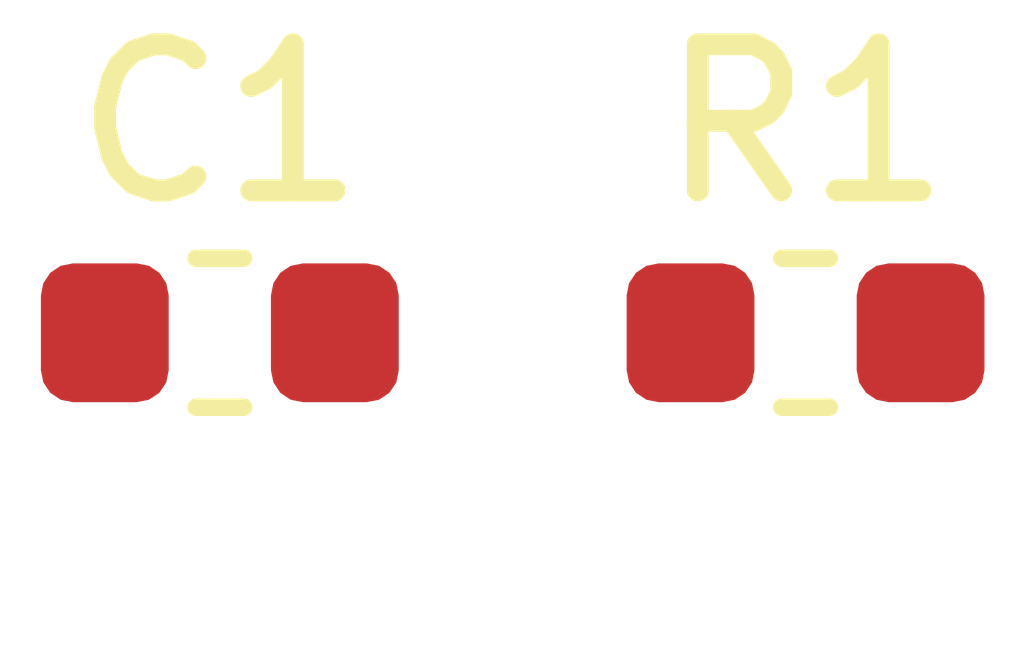
<source format=kicad_pcb>
(kicad_pcb (version 20171130) (host pcbnew 5.1.6-c6e7f7d~86~ubuntu18.04.1)

  (general
    (thickness 1.6002)
    (drawings 0)
    (tracks 0)
    (zones 0)
    (modules 2)
    (nets 3)
  )

  (page A4)
  (title_block
    (title Drafter)
    (date 2020-05-13)
    (rev 1.0)
    (company bozica.co)
    (comment 1 "Luis Ardila")
  )

  (layers
    (0 Front signal)
    (1 In1.Cu signal)
    (2 In2.Cu signal)
    (31 Back signal)
    (34 B.Paste user)
    (35 F.Paste user)
    (36 B.SilkS user)
    (37 F.SilkS user)
    (38 B.Mask user)
    (39 F.Mask user)
    (44 Edge.Cuts user)
    (45 Margin user)
    (46 B.CrtYd user)
    (47 F.CrtYd user)
    (49 F.Fab user)
  )

  (setup
    (last_trace_width 0.254)
    (user_trace_width 0.127)
    (user_trace_width 0.254)
    (user_trace_width 0.508)
    (user_trace_width 0.762)
    (trace_clearance 0.127)
    (zone_clearance 0.508)
    (zone_45_only no)
    (trace_min 0.0889)
    (via_size 0.6858)
    (via_drill 0.3302)
    (via_min_size 0.45)
    (via_min_drill 0.2)
    (user_via 0.6858 0.3302)
    (user_via 0.889 0.381)
    (uvia_size 0.6858)
    (uvia_drill 0.3302)
    (uvias_allowed no)
    (uvia_min_size 0)
    (uvia_min_drill 0)
    (edge_width 0.0381)
    (segment_width 0.254)
    (pcb_text_width 0.3048)
    (pcb_text_size 1.524 1.524)
    (mod_edge_width 0.1524)
    (mod_text_size 0.8128 0.8128)
    (mod_text_width 0.1524)
    (pad_size 1.524 1.524)
    (pad_drill 0.762)
    (pad_to_mask_clearance 0)
    (solder_mask_min_width 0.1016)
    (aux_axis_origin 0 0)
    (visible_elements FFFFFFFF)
    (pcbplotparams
      (layerselection 0x010fc_ffffffff)
      (usegerberextensions false)
      (usegerberattributes false)
      (usegerberadvancedattributes false)
      (creategerberjobfile false)
      (excludeedgelayer true)
      (linewidth 0.152400)
      (plotframeref false)
      (viasonmask false)
      (mode 1)
      (useauxorigin false)
      (hpglpennumber 1)
      (hpglpenspeed 20)
      (hpglpendiameter 15.000000)
      (psnegative false)
      (psa4output false)
      (plotreference true)
      (plotvalue false)
      (plotinvisibletext false)
      (padsonsilk false)
      (subtractmaskfromsilk true)
      (outputformat 1)
      (mirror false)
      (drillshape 0)
      (scaleselection 1)
      (outputdirectory "./gerbers"))
  )

  (net 0 "")
  (net 1 GND)
  (net 2 "Net-(C1-Pad1)")

  (net_class Default "This is the default net class."
    (clearance 0.127)
    (trace_width 0.254)
    (via_dia 0.6858)
    (via_drill 0.3302)
    (uvia_dia 0.6858)
    (uvia_drill 0.3302)
    (diff_pair_width 0.1524)
    (diff_pair_gap 0.254)
    (add_net GND)
    (add_net "Net-(C1-Pad1)")
  )

  (module Resistor_SMD:R_0603_1608Metric (layer Front) (tedit 5B301BBD) (tstamp 5EBCC183)
    (at 140.287401 100.475401)
    (descr "Resistor SMD 0603 (1608 Metric), square (rectangular) end terminal, IPC_7351 nominal, (Body size source: http://www.tortai-tech.com/upload/download/2011102023233369053.pdf), generated with kicad-footprint-generator")
    (tags resistor)
    (path /5EBC6719)
    (attr smd)
    (fp_text reference R1 (at 0 -1.43) (layer F.SilkS)
      (effects (font (size 1 1) (thickness 0.15)))
    )
    (fp_text value R (at 0 1.43) (layer F.Fab)
      (effects (font (size 1 1) (thickness 0.15)))
    )
    (fp_text user %R (at 0 0) (layer F.Fab)
      (effects (font (size 0.4 0.4) (thickness 0.06)))
    )
    (fp_line (start -0.8 0.4) (end -0.8 -0.4) (layer F.Fab) (width 0.1))
    (fp_line (start -0.8 -0.4) (end 0.8 -0.4) (layer F.Fab) (width 0.1))
    (fp_line (start 0.8 -0.4) (end 0.8 0.4) (layer F.Fab) (width 0.1))
    (fp_line (start 0.8 0.4) (end -0.8 0.4) (layer F.Fab) (width 0.1))
    (fp_line (start -0.162779 -0.51) (end 0.162779 -0.51) (layer F.SilkS) (width 0.12))
    (fp_line (start -0.162779 0.51) (end 0.162779 0.51) (layer F.SilkS) (width 0.12))
    (fp_line (start -1.48 0.73) (end -1.48 -0.73) (layer F.CrtYd) (width 0.05))
    (fp_line (start -1.48 -0.73) (end 1.48 -0.73) (layer F.CrtYd) (width 0.05))
    (fp_line (start 1.48 -0.73) (end 1.48 0.73) (layer F.CrtYd) (width 0.05))
    (fp_line (start 1.48 0.73) (end -1.48 0.73) (layer F.CrtYd) (width 0.05))
    (pad 2 smd roundrect (at 0.7875 0) (size 0.875 0.95) (layers Front F.Paste F.Mask) (roundrect_rratio 0.25)
      (net 1 GND))
    (pad 1 smd roundrect (at -0.7875 0) (size 0.875 0.95) (layers Front F.Paste F.Mask) (roundrect_rratio 0.25)
      (net 2 "Net-(C1-Pad1)"))
    (model ${KISYS3DMOD}/Resistor_SMD.3dshapes/R_0603_1608Metric.wrl
      (at (xyz 0 0 0))
      (scale (xyz 1 1 1))
      (rotate (xyz 0 0 0))
    )
  )

  (module Capacitor_SMD:C_0603_1608Metric (layer Front) (tedit 5B301BBE) (tstamp 5EBCC172)
    (at 136.277401 100.475401)
    (descr "Capacitor SMD 0603 (1608 Metric), square (rectangular) end terminal, IPC_7351 nominal, (Body size source: http://www.tortai-tech.com/upload/download/2011102023233369053.pdf), generated with kicad-footprint-generator")
    (tags capacitor)
    (path /5EBC6971)
    (attr smd)
    (fp_text reference C1 (at 0 -1.43) (layer F.SilkS)
      (effects (font (size 1 1) (thickness 0.15)))
    )
    (fp_text value C (at 0 1.43) (layer F.Fab)
      (effects (font (size 1 1) (thickness 0.15)))
    )
    (fp_text user %R (at 0 0) (layer F.Fab)
      (effects (font (size 0.4 0.4) (thickness 0.06)))
    )
    (fp_line (start -0.8 0.4) (end -0.8 -0.4) (layer F.Fab) (width 0.1))
    (fp_line (start -0.8 -0.4) (end 0.8 -0.4) (layer F.Fab) (width 0.1))
    (fp_line (start 0.8 -0.4) (end 0.8 0.4) (layer F.Fab) (width 0.1))
    (fp_line (start 0.8 0.4) (end -0.8 0.4) (layer F.Fab) (width 0.1))
    (fp_line (start -0.162779 -0.51) (end 0.162779 -0.51) (layer F.SilkS) (width 0.12))
    (fp_line (start -0.162779 0.51) (end 0.162779 0.51) (layer F.SilkS) (width 0.12))
    (fp_line (start -1.48 0.73) (end -1.48 -0.73) (layer F.CrtYd) (width 0.05))
    (fp_line (start -1.48 -0.73) (end 1.48 -0.73) (layer F.CrtYd) (width 0.05))
    (fp_line (start 1.48 -0.73) (end 1.48 0.73) (layer F.CrtYd) (width 0.05))
    (fp_line (start 1.48 0.73) (end -1.48 0.73) (layer F.CrtYd) (width 0.05))
    (pad 2 smd roundrect (at 0.7875 0) (size 0.875 0.95) (layers Front F.Paste F.Mask) (roundrect_rratio 0.25)
      (net 1 GND))
    (pad 1 smd roundrect (at -0.7875 0) (size 0.875 0.95) (layers Front F.Paste F.Mask) (roundrect_rratio 0.25)
      (net 2 "Net-(C1-Pad1)"))
    (model ${KISYS3DMOD}/Capacitor_SMD.3dshapes/C_0603_1608Metric.wrl
      (at (xyz 0 0 0))
      (scale (xyz 1 1 1))
      (rotate (xyz 0 0 0))
    )
  )

)

</source>
